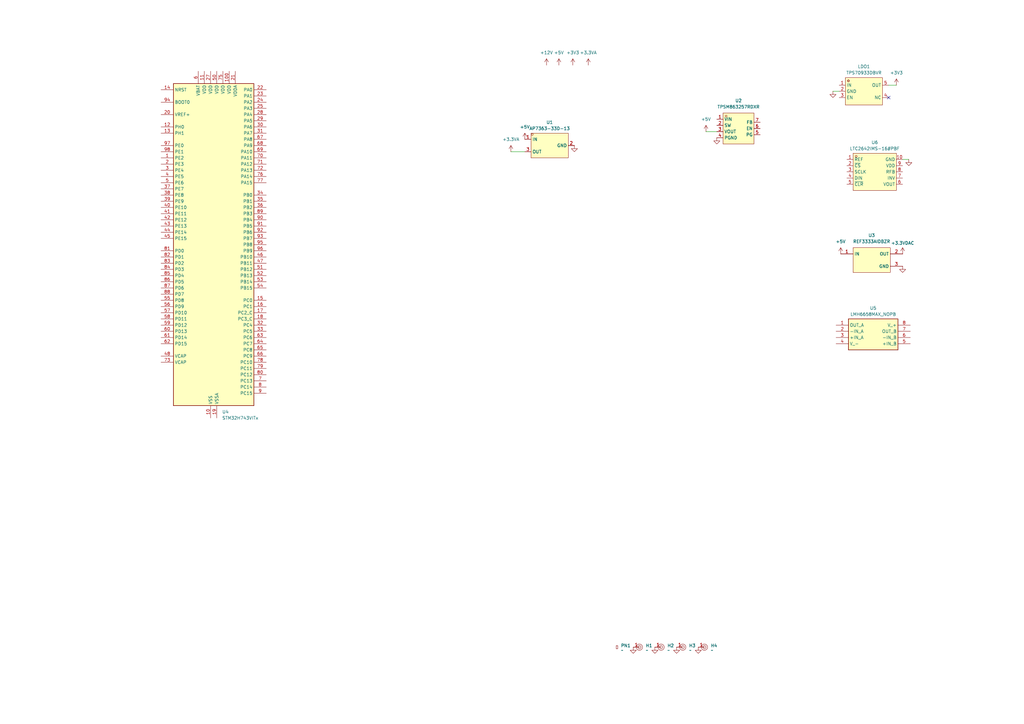
<source format=kicad_sch>
(kicad_sch (version 20231120) (generator "eeschema") (generator_version "8.0")
  (paper "A3")
  (lib_symbols
    (symbol "MCU_ST_STM32H7:STM32H743VITx"
      (property "Reference" "U" (at -15.24 67.31 0))
      (property "Value" "STM32H743VITx" (at 12.7 67.31 0))
      (symbol "STM32H743VITx_0_1"
        (rectangle (start -15.24 -66.04) (end 17.78 66.04) (stroke (width 0.254)) (fill (type background)))
      )
      (symbol "STM32H743VITx_1_1"
        (pin bidirectional line (at -20.32 35.56 0) (length 5.08) (name "PE2") (number "1"))
        (pin power_in line (at 0 -71.12 90) (length 5.08) (name "VSS") (number "10"))
        (pin power_in line (at 7.62 71.12 270) (length 5.08) (name "VDD") (number "100"))
        (pin power_in line (at -2.54 71.12 270) (length 5.08) (name "VDD") (number "11"))
        (pin bidirectional line (at -20.32 48.26 0) (length 5.08) (name "PH0") (number "12"))
        (pin bidirectional line (at -20.32 45.72 0) (length 5.08) (name "PH1") (number "13"))
        (pin input line (at -20.32 63.5 0) (length 5.08) (name "NRST") (number "14"))
        (pin bidirectional line (at 22.86 -22.86 180) (length 5.08) (name "PC0") (number "15"))
        (pin bidirectional line (at 22.86 -25.4 180) (length 5.08) (name "PC1") (number "16"))
        (pin bidirectional line (at 22.86 -27.94 180) (length 5.08) (name "PC2_C") (number "17"))
        (pin bidirectional line (at 22.86 -30.48 180) (length 5.08) (name "PC3_C") (number "18"))
        (pin power_in line (at 2.54 -71.12 90) (length 5.08) (name "VSSA") (number "19"))
        (pin bidirectional line (at -20.32 33.02 0) (length 5.08) (name "PE3") (number "2"))
        (pin input line (at -20.32 53.34 0) (length 5.08) (name "VREF+") (number "20"))
        (pin power_in line (at 10.16 71.12 270) (length 5.08) (name "VDDA") (number "21"))
        (pin bidirectional line (at 22.86 63.5 180) (length 5.08) (name "PA0") (number "22"))
        (pin bidirectional line (at 22.86 60.96 180) (length 5.08) (name "PA1") (number "23"))
        (pin bidirectional line (at 22.86 58.42 180) (length 5.08) (name "PA2") (number "24"))
        (pin bidirectional line (at 22.86 55.88 180) (length 5.08) (name "PA3") (number "25"))
        (pin passive line (at 0 -71.12 90) (length 5.08) hide (name "VSS") (number "26"))
        (pin power_in line (at 0 71.12 270) (length 5.08) (name "VDD") (number "27"))
        (pin bidirectional line (at 22.86 53.34 180) (length 5.08) (name "PA4") (number "28"))
        (pin bidirectional line (at 22.86 50.8 180) (length 5.08) (name "PA5") (number "29"))
        (pin bidirectional line (at -20.32 30.48 0) (length 5.08) (name "PE4") (number "3"))
        (pin bidirectional line (at 22.86 48.26 180) (length 5.08) (name "PA6") (number "30"))
        (pin bidirectional line (at 22.86 45.72 180) (length 5.08) (name "PA7") (number "31"))
        (pin bidirectional line (at 22.86 -33.02 180) (length 5.08) (name "PC4") (number "32"))
        (pin bidirectional line (at 22.86 -35.56 180) (length 5.08) (name "PC5") (number "33"))
        (pin bidirectional line (at 22.86 20.32 180) (length 5.08) (name "PB0") (number "34"))
        (pin bidirectional line (at 22.86 17.78 180) (length 5.08) (name "PB1") (number "35"))
        (pin bidirectional line (at 22.86 15.24 180) (length 5.08) (name "PB2") (number "36"))
        (pin bidirectional line (at -20.32 22.86 0) (length 5.08) (name "PE7") (number "37"))
        (pin bidirectional line (at -20.32 20.32 0) (length 5.08) (name "PE8") (number "38"))
        (pin bidirectional line (at -20.32 17.78 0) (length 5.08) (name "PE9") (number "39"))
        (pin bidirectional line (at -20.32 27.94 0) (length 5.08) (name "PE5") (number "4"))
        (pin bidirectional line (at -20.32 15.24 0) (length 5.08) (name "PE10") (number "40"))
        (pin bidirectional line (at -20.32 12.7 0) (length 5.08) (name "PE11") (number "41"))
        (pin bidirectional line (at -20.32 10.16 0) (length 5.08) (name "PE12") (number "42"))
        (pin bidirectional line (at -20.32 7.62 0) (length 5.08) (name "PE13") (number "43"))
        (pin bidirectional line (at -20.32 5.08 0) (length 5.08) (name "PE14") (number "44"))
        (pin bidirectional line (at -20.32 2.54 0) (length 5.08) (name "PE15") (number "45"))
        (pin bidirectional line (at 22.86 -5.08 180) (length 5.08) (name "PB10") (number "46"))
        (pin bidirectional line (at 22.86 -7.62 180) (length 5.08) (name "PB11") (number "47"))
        (pin power_out line (at -20.32 -45.72 0) (length 5.08) (name "VCAP") (number "48"))
        (pin passive line (at 0 -71.12 90) (length 5.08) hide (name "VSS") (number "49"))
        (pin bidirectional line (at -20.32 25.4 0) (length 5.08) (name "PE6") (number "5"))
        (pin power_in line (at 2.54 71.12 270) (length 5.08) (name "VDD") (number "50"))
        (pin bidirectional line (at 22.86 -10.16 180) (length 5.08) (name "PB12") (number "51"))
        (pin bidirectional line (at 22.86 -12.7 180) (length 5.08) (name "PB13") (number "52"))
        (pin bidirectional line (at 22.86 -15.24 180) (length 5.08) (name "PB14") (number "53"))
        (pin bidirectional line (at 22.86 -17.78 180) (length 5.08) (name "PB15") (number "54"))
        (pin bidirectional line (at -20.32 -22.86 0) (length 5.08) (name "PD8") (number "55"))
        (pin bidirectional line (at -20.32 -25.4 0) (length 5.08) (name "PD9") (number "56"))
        (pin bidirectional line (at -20.32 -27.94 0) (length 5.08) (name "PD10") (number "57"))
        (pin bidirectional line (at -20.32 -30.48 0) (length 5.08) (name "PD11") (number "58"))
        (pin bidirectional line (at -20.32 -33.02 0) (length 5.08) (name "PD12") (number "59"))
        (pin power_in line (at -5.08 71.12 270) (length 5.08) (name "VBAT") (number "6"))
        (pin bidirectional line (at -20.32 -35.56 0) (length 5.08) (name "PD13") (number "60"))
        (pin bidirectional line (at -20.32 -38.1 0) (length 5.08) (name "PD14") (number "61"))
        (pin bidirectional line (at -20.32 -40.64 0) (length 5.08) (name "PD15") (number "62"))
        (pin bidirectional line (at 22.86 -38.1 180) (length 5.08) (name "PC6") (number "63"))
        (pin bidirectional line (at 22.86 -40.64 180) (length 5.08) (name "PC7") (number "64"))
        (pin bidirectional line (at 22.86 -43.18 180) (length 5.08) (name "PC8") (number "65"))
        (pin bidirectional line (at 22.86 -45.72 180) (length 5.08) (name "PC9") (number "66"))
        (pin bidirectional line (at 22.86 43.18 180) (length 5.08) (name "PA8") (number "67"))
        (pin bidirectional line (at 22.86 40.64 180) (length 5.08) (name "PA9") (number "68"))
        (pin bidirectional line (at 22.86 38.1 180) (length 5.08) (name "PA10") (number "69"))
        (pin bidirectional line (at 22.86 -55.88 180) (length 5.08) (name "PC13") (number "7"))
        (pin bidirectional line (at 22.86 35.56 180) (length 5.08) (name "PA11") (number "70"))
        (pin bidirectional line (at 22.86 33.02 180) (length 5.08) (name "PA12") (number "71"))
        (pin bidirectional line (at 22.86 30.48 180) (length 5.08) (name "PA13") (number "72"))
        (pin power_out line (at -20.32 -48.26 0) (length 5.08) (name "VCAP") (number "73"))
        (pin passive line (at 0 -71.12 90) (length 5.08) hide (name "VSS") (number "74"))
        (pin power_in line (at 5.08 71.12 270) (length 5.08) (name "VDD") (number "75"))
        (pin bidirectional line (at 22.86 27.94 180) (length 5.08) (name "PA14") (number "76"))
        (pin bidirectional line (at 22.86 25.4 180) (length 5.08) (name "PA15") (number "77"))
        (pin bidirectional line (at 22.86 -48.26 180) (length 5.08) (name "PC10") (number "78"))
        (pin bidirectional line (at 22.86 -50.8 180) (length 5.08) (name "PC11") (number "79"))
        (pin bidirectional line (at 22.86 -58.42 180) (length 5.08) (name "PC14") (number "8"))
        (pin bidirectional line (at 22.86 -53.34 180) (length 5.08) (name "PC12") (number "80"))
        (pin bidirectional line (at -20.32 -2.54 0) (length 5.08) (name "PD0") (number "81"))
        (pin bidirectional line (at -20.32 -5.08 0) (length 5.08) (name "PD1") (number "82"))
        (pin bidirectional line (at -20.32 -7.62 0) (length 5.08) (name "PD2") (number "83"))
        (pin bidirectional line (at -20.32 -10.16 0) (length 5.08) (name "PD3") (number "84"))
        (pin bidirectional line (at -20.32 -12.7 0) (length 5.08) (name "PD4") (number "85"))
        (pin bidirectional line (at -20.32 -15.24 0) (length 5.08) (name "PD5") (number "86"))
        (pin bidirectional line (at -20.32 -17.78 0) (length 5.08) (name "PD6") (number "87"))
        (pin bidirectional line (at -20.32 -20.32 0) (length 5.08) (name "PD7") (number "88"))
        (pin bidirectional line (at 22.86 12.7 180) (length 5.08) (name "PB3") (number "89"))
        (pin bidirectional line (at 22.86 -60.96 180) (length 5.08) (name "PC15") (number "9"))
        (pin bidirectional line (at 22.86 10.16 180) (length 5.08) (name "PB4") (number "90"))
        (pin bidirectional line (at 22.86 7.62 180) (length 5.08) (name "PB5") (number "91"))
        (pin bidirectional line (at 22.86 5.08 180) (length 5.08) (name "PB6") (number "92"))
        (pin bidirectional line (at 22.86 2.54 180) (length 5.08) (name "PB7") (number "93"))
        (pin input line (at -20.32 58.42 0) (length 5.08) (name "BOOT0") (number "94"))
        (pin bidirectional line (at 22.86 0 180) (length 5.08) (name "PB8") (number "95"))
        (pin bidirectional line (at 22.86 -2.54 180) (length 5.08) (name "PB9") (number "96"))
        (pin bidirectional line (at -20.32 40.64 0) (length 5.08) (name "PE0") (number "97"))
        (pin bidirectional line (at -20.32 38.1 0) (length 5.08) (name "PE1") (number "98"))
        (pin passive line (at 0 -71.12 90) (length 5.08) hide (name "VSS") (number "99"))
      )
    )
    (symbol "PCM_JLCPCB-Manufacturing:Mounting Hole, 3mm, Via Stiched"
      (property "Reference" "H" (at 2.286 0 0))
      (symbol "Mounting Hole, 3mm, Via Stiched_0_1"
        (circle (center 0 0) (radius 0.635))
        (circle (center 0 0) (radius 1.27))
      )
      (symbol "Mounting Hole, 3mm, Via Stiched_1_1"
        (pin passive line (at -2.54 0 0) (length 2.54) (name "") (number "1"))
      )
    )
    (symbol "PCM_JLCPCB-Manufacturing:Part Number, PCM_JLCPCB, 0.8x0.15mm"
      (property "Reference" "PN" (at 2.286 0 0))
      (symbol "Part Number, PCM_JLCPCB, 0.8x0.15mm_0_1"
        (rectangle (start 0 0.635) (end 0.635 -0.635))
      )
    )
    (symbol "_custom:LMH6658MAX_NOPB"
      (property "Reference" "U" (at 26.67 7.62 0))
      (property "Value" "LMH6658MAX_NOPB" (at 26.67 5.08 0))
      (symbol "LMH6658MAX_NOPB_1_1"
        (rectangle (start 5.08 2.54) (end 25.4 -10.16) (stroke (width 0.254)) (fill (type background)))
        (pin passive line (at 0 0 0) (length 5.08) (name "OUT_A") (number "1"))
        (pin passive line (at 0 -2.54 0) (length 5.08) (name "-IN_A") (number "2"))
        (pin passive line (at 0 -5.08 0) (length 5.08) (name "+IN_A") (number "3"))
        (pin passive line (at 0 -7.62 0) (length 5.08) (name "V_-") (number "4"))
        (pin passive line (at 30.48 -7.62 180) (length 5.08) (name "+IN_B") (number "5"))
        (pin passive line (at 30.48 -5.08 180) (length 5.08) (name "-IN_B") (number "6"))
        (pin passive line (at 30.48 -2.54 180) (length 5.08) (name "OUT_B") (number "7"))
        (pin passive line (at 30.48 0 180) (length 5.08) (name "V_+") (number "8"))
      )
    )
    (symbol "easyeda2kicad:AP7363-33D-13"
      (property "Reference" "U" (at 0 7.62 0))
      (property "Value" "AP7363-33D-13" (at 0 -7.62 0))
      (symbol "AP7363-33D-13_0_1"
        (rectangle (start -7.62 5.08) (end 7.62 -5.08) (fill (type background)))
        (circle (center -7.11 4.57) (radius 0.38))
        (pin unspecified line (at -10.16 2.54 0) (length 2.54) (name "IN") (number "1"))
        (pin unspecified line (at 10.16 0 180) (length 2.54) (name "GND") (number "2"))
        (pin unspecified line (at -10.16 -2.54 0) (length 2.54) (name "OUT") (number "3"))
      )
    )
    (symbol "easyeda2kicad:LTC2642IMS-16#PBF"
      (property "Reference" "U" (at 0 10.16 0))
      (property "Value" "LTC2642IMS-16#PBF" (at 0 -10.16 0))
      (symbol "LTC2642IMS-16#PBF_0_1"
        (rectangle (start -8.89 7.62) (end 8.89 -7.62) (fill (type background)))
        (circle (center -7.62 6.35) (radius 0.38))
        (pin unspecified line (at -11.43 5.08 0) (length 2.54) (name "REF") (number "1"))
        (pin unspecified line (at 11.43 5.08 180) (length 2.54) (name "GND") (number "10"))
        (pin unspecified line (at -11.43 2.54 0) (length 2.54) (name "~{CS}") (number "2"))
        (pin unspecified line (at -11.43 0 0) (length 2.54) (name "SCLK") (number "3"))
        (pin unspecified line (at -11.43 -2.54 0) (length 2.54) (name "DIN") (number "4"))
        (pin unspecified line (at -11.43 -5.08 0) (length 2.54) (name "~{CLR}") (number "5"))
        (pin unspecified line (at 11.43 -5.08 180) (length 2.54) (name "VOUT") (number "6"))
        (pin unspecified line (at 11.43 -2.54 180) (length 2.54) (name "INV") (number "7"))
        (pin unspecified line (at 11.43 0 180) (length 2.54) (name "RFB") (number "8"))
        (pin unspecified line (at 11.43 2.54 180) (length 2.54) (name "VDD") (number "9"))
      )
    )
    (symbol "easyeda2kicad:REF3333AIDBZR"
      (property "Reference" "U" (at 0 7.62 0))
      (property "Value" "REF3333AIDBZR" (at 0 -7.62 0))
      (symbol "REF3333AIDBZR_0_1"
        (rectangle (start -7.62 5.08) (end 7.62 -5.08) (fill (type background)))
        (pin power_in line (at -12.7 2.54 0) (length 5.08) (name "IN") (number "1"))
        (pin output line (at 12.7 2.54 180) (length 5.08) (name "OUT") (number "2"))
        (pin power_in line (at 12.7 -2.54 180) (length 5.08) (name "GND") (number "3"))
      )
    )
    (symbol "easyeda2kicad:TPS70933DBVR"
      (property "Reference" "LDO" (at 0 7.62 0))
      (property "Value" "TPS70933DBVR" (at 0 -7.62 0))
      (symbol "TPS70933DBVR_0_1"
        (rectangle (start -7.62 5.59) (end 7.62 -5.59) (fill (type background)))
        (circle (center -6.35 4.32) (radius 0.38))
        (circle (center -6.35 4.32) (radius 0.38))
        (pin unspecified line (at -10.16 2.54 0) (length 2.54) (name "IN") (number "1"))
        (pin unspecified line (at -10.16 0 0) (length 2.54) (name "GND") (number "2"))
        (pin unspecified line (at -10.16 -2.54 0) (length 2.54) (name "EN") (number "3"))
        (pin unspecified line (at 10.16 -2.54 180) (length 2.54) (name "NC") (number "4"))
        (pin unspecified line (at 10.16 2.54 180) (length 2.54) (name "OUT") (number "5"))
      )
    )
    (symbol "easyeda2kicad:TPSM863257RDXR"
      (property "Reference" "U" (at 0 8.89 0))
      (property "Value" "TPSM863257RDXR" (at 0 -8.89 0))
      (symbol "TPSM863257RDXR_0_1"
        (rectangle (start -6.35 6.35) (end 6.35 -6.35) (fill (type background)))
        (circle (center -5.08 5.08) (radius 0.38))
        (pin unspecified line (at -8.89 3.81 0) (length 2.54) (name "VIN") (number "1"))
        (pin unspecified line (at -8.89 1.27 0) (length 2.54) (name "SW") (number "2"))
        (pin unspecified line (at -8.89 -1.27 0) (length 2.54) (name "VOUT") (number "3"))
        (pin unspecified line (at -8.89 -3.81 0) (length 2.54) (name "PGND") (number "4"))
        (pin unspecified line (at 8.89 -2.54 180) (length 2.54) (name "PG") (number "5"))
        (pin unspecified line (at 8.89 0 180) (length 2.54) (name "EN") (number "6"))
        (pin unspecified line (at 8.89 2.54 180) (length 2.54) (name "FB") (number "7"))
      )
    )
    (symbol "power:+12V" (power) (pin_numbers hide) (pin_names (offset 0) hide)
      (property "Value" "+12V" (at 0 3.556 0))
      (symbol "+12V_0_1"
        (polyline (pts (xy -0.762 1.27) (xy 0 2.54)))
        (polyline (pts (xy 0 0) (xy 0 2.54)))
        (polyline (pts (xy 0 2.54) (xy 0.762 1.27)))
      )
      (symbol "+12V_1_1"
        (pin power_in line (at 0 0 90) (length 0) (name "~") (number "1"))
      )
    )
    (symbol "power:+3.3VA" (power) (pin_numbers hide) (pin_names (offset 0) hide)
      (property "Value" "+3.3VA" (at 0 3.556 0))
      (symbol "+3.3VA_0_1"
        (polyline (pts (xy -0.762 1.27) (xy 0 2.54)))
        (polyline (pts (xy 0 0) (xy 0 2.54)))
        (polyline (pts (xy 0 2.54) (xy 0.762 1.27)))
      )
      (symbol "+3.3VA_1_1"
        (pin power_in line (at 0 0 90) (length 0) (name "~") (number "1"))
      )
    )
    (symbol "power:+3.3VDAC" (power) (pin_numbers hide) (pin_names (offset 0) hide)
      (property "Value" "+3.3VDAC" (at 0 3.556 0))
      (symbol "+3.3VDAC_0_0"
        (pin power_in line (at 0 0 90) (length 0) (name "~") (number "1"))
      )
      (symbol "+3.3VDAC_0_1"
        (polyline (pts (xy -0.762 1.27) (xy 0 2.54)))
        (polyline (pts (xy 0 0) (xy 0 2.54)))
        (polyline (pts (xy 0 2.54) (xy 0.762 1.27)))
      )
    )
    (symbol "power:+3V3" (power) (pin_numbers hide) (pin_names (offset 0) hide)
      (property "Value" "+3V3" (at 0 3.556 0))
      (symbol "+3V3_0_1"
        (polyline (pts (xy -0.762 1.27) (xy 0 2.54)))
        (polyline (pts (xy 0 0) (xy 0 2.54)))
        (polyline (pts (xy 0 2.54) (xy 0.762 1.27)))
      )
      (symbol "+3V3_1_1"
        (pin power_in line (at 0 0 90) (length 0) (name "~") (number "1"))
      )
    )
    (symbol "power:+5V" (power) (pin_numbers hide) (pin_names (offset 0) hide)
      (property "Value" "+5V" (at 0 3.556 0))
      (symbol "+5V_0_1"
        (polyline (pts (xy -0.762 1.27) (xy 0 2.54)))
        (polyline (pts (xy 0 0) (xy 0 2.54)))
        (polyline (pts (xy 0 2.54) (xy 0.762 1.27)))
      )
      (symbol "+5V_1_1"
        (pin power_in line (at 0 0 90) (length 0) (name "~") (number "1"))
      )
    )
    (symbol "power:GND" (power) (pin_numbers hide) (pin_names (offset 0) hide)
      (property "Value" "GND" (at 0 -3.81 0))
      (symbol "GND_0_1"
        (polyline (pts (xy 0 0) (xy 0 -1.27) (xy 1.27 -1.27) (xy 0 -2.54) (xy -1.27 -1.27) (xy 0 -1.27)))
      )
      (symbol "GND_1_1"
        (pin power_in line (at 0 0 270) (length 0) (name "~") (number "1"))
      )
    )
  )
  (no_connect (at 364.49 40.005))
  (wire (pts (xy 372.745 65.405) (xy 370.205 65.405)))
  (wire (pts (xy 341.63 37.465) (xy 344.17 37.465)))
  (wire (pts (xy 289.56 53.975) (xy 294.005 53.975)))
  (wire (pts (xy 367.665 34.925) (xy 364.49 34.925)))
  (wire (pts (xy 209.55 62.23) (xy 215.265 62.23)))
  (symbol (lib_id "power:+3.3VA") (at 241.3 26.67 0) (unit 1)
    (property "Reference" "#PWR08" (effects (hide yes)))
    (property "Value" "+3.3VA" (at 241.3 21.59 0))
    (property "Description" "Power symbol creates a global label with name \"+3.3VA\"" (effects (hide yes)))
  )
  (symbol (lib_id "power:GND") (at 286.385 265.43 0) (unit 1)
    (property "Reference" "#PWR04" (effects (hide yes)))
    (property "Value" "GND" (effects (hide yes)))
    (property "Description" "Power symbol creates a global label with name \"GND\" , ground" (effects (hide yes)))
  )
  (symbol (lib_id "power:GND") (at 277.495 265.43 0) (unit 1)
    (property "Reference" "#PWR03" (effects (hide yes)))
    (property "Value" "GND" (effects (hide yes)))
    (property "Description" "Power symbol creates a global label with name \"GND\" , ground" (effects (hide yes)))
  )
  (symbol (lib_id "power:+3V3") (at 367.665 34.925 0) (unit 1)
    (property "Reference" "#PWR019" (effects (hide yes)))
    (property "Value" "+3V3" (at 367.665 29.845 0))
    (property "Description" "Power symbol creates a global label with name \"+3V3\"" (effects (hide yes)))
  )
  (symbol (lib_id "power:GND") (at 235.585 59.69 0) (unit 1)
    (property "Reference" "#PWR010" (effects (hide yes)))
    (property "Value" "GND" (effects (hide yes)))
    (property "Description" "Power symbol creates a global label with name \"GND\" , ground" (effects (hide yes)))
  )
  (symbol (lib_id "power:+3V3") (at 234.95 26.67 0) (unit 1)
    (property "Reference" "#PWR07" (effects (hide yes)))
    (property "Value" "+3V3" (at 234.95 21.59 0))
    (property "Description" "Power symbol creates a global label with name \"+3V3\"" (effects (hide yes)))
  )
  (symbol (lib_id "PCM_JLCPCB-Manufacturing:Mounting Hole, 3mm, Via Stiched") (at 271.145 265.43 0) (unit 1)
    (property "Reference" "H2" (at 273.685 264.7949 0) (effects (justify left)))
    (property "Value" "~" (at 273.685 266.7 0) (effects (justify left)))
    (property "Footprint" "PCM_JLCPCB:Hole, 3mm" (effects (hide yes)))
  )
  (symbol (lib_id "easyeda2kicad:TPSM863257RDXR") (at 302.895 52.705 0) (unit 1)
    (property "Reference" "U2" (at 302.895 41.275 0))
    (property "Value" "TPSM863257RDXR" (at 302.895 43.815 0))
    (property "Footprint" "easyeda2kicad:QFN-7_L4.0-W3.3_TPSM863257RDXR" (effects (hide yes)))
    (property "LCSC Part" "C19190416" (effects (hide yes)))
  )
  (symbol (lib_id "power:GND") (at 341.63 37.465 0) (unit 1)
    (property "Reference" "#PWR012" (effects (hide yes)))
    (property "Value" "GND" (effects (hide yes)))
    (property "Description" "Power symbol creates a global label with name \"GND\" , ground" (effects (hide yes)))
  )
  (symbol (lib_id "PCM_JLCPCB-Manufacturing:Mounting Hole, 3mm, Via Stiched") (at 280.035 265.43 0) (unit 1)
    (property "Reference" "H3" (at 282.575 264.7949 0) (effects (justify left)))
    (property "Value" "~" (at 282.575 266.7 0) (effects (justify left)))
    (property "Footprint" "PCM_JLCPCB:Hole, 3mm" (effects (hide yes)))
  )
  (symbol (lib_id "easyeda2kicad:AP7363-33D-13") (at 225.425 59.69 0) (unit 1)
    (property "Reference" "U1" (at 225.425 50.165 0))
    (property "Value" "AP7363-33D-13" (at 225.425 52.705 0))
    (property "Footprint" "easyeda2kicad:DPAK-3_L6.6-W6.1-P2.28-LS9.9-BR" (effects (hide yes)))
    (property "Datasheet" "https://lcsc.com/product-detail/Linear-Voltage-Regulators_Diodes-Incorporated_AP7363-33D-13_Diodes-Incorporated-AP7363-33D-13_C108723.html" (effects (hide yes)))
    (property "LCSC Part" "C108723" (effects (hide yes)))
  )
  (symbol (lib_id "power:+5V") (at 289.56 53.975 0) (unit 1)
    (property "Reference" "#PWR018" (effects (hide yes)))
    (property "Value" "+5V" (at 289.56 48.895 0))
    (property "Description" "Power symbol creates a global label with name \"+5V\"" (effects (hide yes)))
  )
  (symbol (lib_id "easyeda2kicad:REF3333AIDBZR") (at 357.505 106.68 0) (unit 1)
    (property "Reference" "U3" (at 357.505 96.52 0))
    (property "Value" "REF3333AIDBZR" (at 357.505 99.06 0))
    (property "Footprint" "easyeda2kicad:SOT-23-3_L2.9-W1.6-P1.90-LS2.8-BR" (effects (hide yes)))
    (property "Datasheet" "https://lcsc.com/product-detail/Voltage-References_TI_REF3333AIDBZR_REF3333AIDBZR_C130016.html" (effects (hide yes)))
    (property "LCSC Part" "C130016" (effects (hide yes)))
  )
  (symbol (lib_id "power:+3.3VDAC") (at 370.205 104.14 0) (unit 1)
    (property "Reference" "#PWR09" (effects (hide yes)))
    (property "Value" "+3.3VDAC" (at 370.205 99.695 0))
    (property "Description" "Power symbol creates a global label with name \"+3.3VDAC\"" (effects (hide yes)))
  )
  (symbol (lib_id "power:GND") (at 372.745 65.405 0) (unit 1)
    (property "Reference" "#PWR013" (effects (hide yes)))
    (property "Value" "GND" (effects (hide yes)))
    (property "Description" "Power symbol creates a global label with name \"GND\" , ground" (effects (hide yes)))
  )
  (symbol (lib_id "_custom:LMH6658MAX_NOPB") (at 342.9 133.35 0) (unit 1)
    (property "Reference" "U5" (at 358.14 126.365 0))
    (property "Value" "LMH6658MAX_NOPB" (at 358.14 128.905 0))
    (property "Footprint" "SOIC127P600X175-8N" (effects (hide yes)))
    (property "Datasheet" "http://www.ti.com/lit/gpn/LMH6658" (effects (hide yes)))
    (property "Description" "270MHz Single Supply, Single &amp; Dual Operational Amplifiers" (effects (hide yes)))
    (property "Height" "1.75" (effects (hide yes)))
    (property "Mouser Part Number" "926-LMH6658MAX/NOPB" (effects (hide yes)))
    (property "Mouser Price/Stock" "https://www.mouser.co.uk/ProductDetail/Texas-Instruments/LMH6658MAX-NOPB?qs=7lkVKPoqpbYvQxLHeSqxGQ%3D%3D" (effects (hide yes)))
    (property "Manufacturer_Name" "Texas Instruments" (effects (hide yes)))
    (property "Manufacturer_Part_Number" "LMH6658MAX/NOPB" (effects (hide yes)))
  )
  (symbol (lib_id "easyeda2kicad:TPS70933DBVR") (at 354.33 37.465 0) (unit 1)
    (property "Reference" "LDO1" (at 354.33 27.305 0))
    (property "Value" "TPS70933DBVR" (at 354.33 29.845 0))
    (property "Footprint" "easyeda2kicad:SOT-23-5_L3.0-W1.7-P0.95-LS2.8-BR" (effects (hide yes)))
    (property "Datasheet" "https://lcsc.com/product-detail/Low-Dropout-Regulators-LDO_TI_TPS70933DBVR_TPS70933DBVR_C89347.html" (effects (hide yes)))
    (property "LCSC Part" "C89347" (effects (hide yes)))
  )
  (symbol (lib_id "MCU_ST_STM32H7:STM32H743VITx") (at 86.36 100.33 0) (unit 1)
    (property "Reference" "U4" (at 91.0941 168.91 0) (effects (justify left)))
    (property "Value" "STM32H743VITx" (at 91.0941 171.45 0) (effects (justify left)))
    (property "Footprint" "Package_QFP:LQFP-100_14x14mm_P0.5mm" (effects (hide yes)))
    (property "Datasheet" "https://www.st.com/resource/en/datasheet/stm32h743vi.pdf" (effects (hide yes)))
    (property "Description" "STMicroelectronics Arm Cortex-M7 MCU, 2048KB flash, 1024KB RAM, 480 MHz, 1.71-3.6V, 82 GPIO, LQFP100" (effects (hide yes)))
  )
  (symbol (lib_id "power:GND") (at 259.715 265.43 0) (unit 1)
    (property "Reference" "#PWR01" (effects (hide yes)))
    (property "Value" "GND" (effects (hide yes)))
    (property "Description" "Power symbol creates a global label with name \"GND\" , ground" (effects (hide yes)))
  )
  (symbol (lib_id "PCM_JLCPCB-Manufacturing:Mounting Hole, 3mm, Via Stiched") (at 262.255 265.43 0) (unit 1)
    (property "Reference" "H1" (at 264.795 264.7949 0) (effects (justify left)))
    (property "Value" "~" (at 264.795 266.7 0) (effects (justify left)))
    (property "Footprint" "PCM_JLCPCB:Hole, 3mm" (effects (hide yes)))
  )
  (symbol (lib_id "easyeda2kicad:LTC2642IMS-16#PBF") (at 358.775 70.485 0) (unit 1)
    (property "Reference" "U6" (at 358.775 58.42 0))
    (property "Value" "LTC2642IMS-16#PBF" (at 358.775 60.96 0))
    (property "Footprint" "easyeda2kicad:MSOP-10_L3.0-W3.0-P0.50-LS4.9-BL" (effects (hide yes)))
    (property "LCSC Part" "C580595" (effects (hide yes)))
  )
  (symbol (lib_id "power:+5V") (at 215.265 57.15 0) (unit 1)
    (property "Reference" "#PWR016" (effects (hide yes)))
    (property "Value" "+5V" (at 215.265 52.07 0))
    (property "Description" "Power symbol creates a global label with name \"+5V\"" (effects (hide yes)))
  )
  (symbol (lib_id "power:+5V") (at 229.235 26.67 0) (unit 1)
    (property "Reference" "#PWR06" (effects (hide yes)))
    (property "Value" "+5V" (at 229.235 21.59 0))
    (property "Description" "Power symbol creates a global label with name \"+5V\"" (effects (hide yes)))
  )
  (symbol (lib_id "PCM_JLCPCB-Manufacturing:Part Number, PCM_JLCPCB, 0.8x0.15mm") (at 252.73 265.43 0) (unit 1)
    (property "Reference" "PN1" (at 254.635 264.7949 0) (effects (justify left)))
    (property "Value" "~" (at 254.635 266.7 0) (effects (justify left)))
    (property "Footprint" "PCM_JLCPCB:Part_Num_JLCPCB" (effects (hide yes)))
    (property "Datasheet" "https://jlcpcb.com/help/article/How-to-remove-order-number-from-your-PCB" (effects (hide yes)))
    (property "Description" "To indicate the location, simply add the text \"JLCJLCJLCJLC\" to the silk layer and select the \"Specify a location\" option when placing your order. Please note that if this option is not chosen, we may not notice that you have added the text.   Note: Use only \"JLCJLCJLCJLC\" without any additional characters. The font size should be larger than 0.8mm in height and 0.15mm in width." (effects (hide yes)))
  )
  (symbol (lib_id "power:GND") (at 294.005 56.515 0) (unit 1)
    (property "Reference" "#PWR011" (effects (hide yes)))
    (property "Value" "GND" (effects (hide yes)))
    (property "Description" "Power symbol creates a global label with name \"GND\" , ground" (effects (hide yes)))
  )
  (symbol (lib_id "power:+5V") (at 344.805 104.14 0) (unit 1)
    (property "Reference" "#PWR017" (effects (hide yes)))
    (property "Value" "+5V" (at 344.805 99.06 0))
    (property "Description" "Power symbol creates a global label with name \"+5V\"" (effects (hide yes)))
  )
  (symbol (lib_id "power:GND") (at 268.605 265.43 0) (unit 1)
    (property "Reference" "#PWR02" (effects (hide yes)))
    (property "Value" "GND" (effects (hide yes)))
    (property "Description" "Power symbol creates a global label with name \"GND\" , ground" (effects (hide yes)))
  )
  (symbol (lib_id "power:+3.3VA") (at 209.55 62.23 0) (unit 1)
    (property "Reference" "#PWR015" (effects (hide yes)))
    (property "Value" "+3.3VA" (at 209.55 57.15 0))
    (property "Description" "Power symbol creates a global label with name \"+3.3VA\"" (effects (hide yes)))
  )
  (symbol (lib_id "power:+12V") (at 224.155 26.67 0) (unit 1)
    (property "Reference" "#PWR05" (effects (hide yes)))
    (property "Value" "+12V" (at 224.155 21.59 0))
    (property "Description" "Power symbol creates a global label with name \"+12V\"" (effects (hide yes)))
  )
  (symbol (lib_id "PCM_JLCPCB-Manufacturing:Mounting Hole, 3mm, Via Stiched") (at 288.925 265.43 0) (unit 1)
    (property "Reference" "H4" (at 291.465 264.7949 0) (effects (justify left)))
    (property "Value" "~" (at 291.465 266.7 0) (effects (justify left)))
    (property "Footprint" "PCM_JLCPCB:Hole, 3mm" (effects (hide yes)))
  )
  (symbol (lib_id "power:GND") (at 370.205 109.22 0) (unit 1)
    (property "Reference" "#PWR014" (effects (hide yes)))
    (property "Value" "GND" (effects (hide yes)))
    (property "Description" "Power symbol creates a global label with name \"GND\" , ground" (effects (hide yes)))
  )
)
</source>
